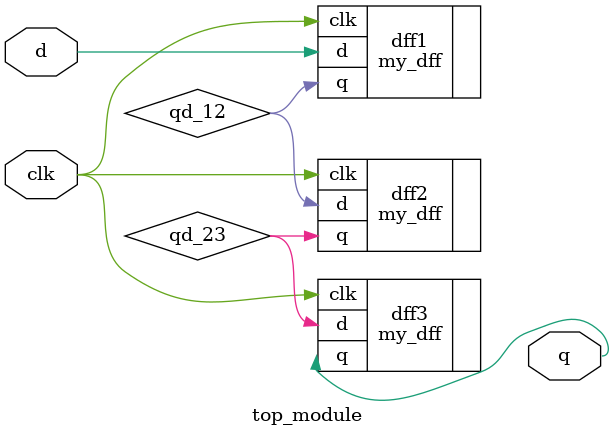
<source format=sv>
module top_module ( input clk, input d, output q );

    wire qd_12;
    wire qd_23;


    my_dff dff1 (.clk(clk), .d(d),     .q(qd_12));
    my_dff dff2 (.clk(clk), .d(qd_12), .q(qd_23));
    my_dff dff3 (.clk(clk), .d(qd_23), .q(q));

endmodule

</source>
